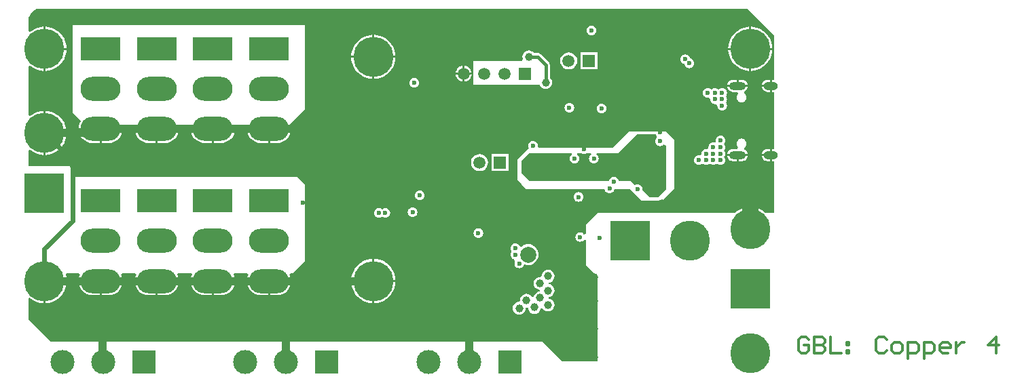
<source format=gbl>
G04*
G04 #@! TF.GenerationSoftware,Altium Limited,CircuitStudio,1.5.2 (30)*
G04*
G04 Layer_Physical_Order=4*
G04 Layer_Color=12500520*
%FSLAX25Y25*%
%MOIN*%
G70*
G01*
G75*
%ADD38C,0.03937*%
%ADD39C,0.01575*%
%ADD40C,0.07874*%
%ADD41C,0.02362*%
%ADD43C,0.01181*%
%ADD53C,0.11811*%
%ADD54R,0.11811X0.11811*%
%ADD55R,0.05906X0.05906*%
%ADD56C,0.05906*%
%ADD57C,0.19685*%
%ADD58R,0.19685X0.19685*%
%ADD59R,0.19685X0.19685*%
%ADD60O,0.19685X0.11811*%
%ADD61R,0.19685X0.11811*%
%ADD62O,0.07087X0.03937*%
%ADD63O,0.08268X0.03937*%
%ADD64C,0.07874*%
%ADD65C,0.03937*%
%ADD66C,0.02362*%
G36*
X370079Y171966D02*
Y150250D01*
X369931Y150120D01*
X368856D01*
Y147126D01*
Y144132D01*
X369931D01*
X370079Y144002D01*
Y116234D01*
X369931Y116104D01*
X368856D01*
Y113110D01*
Y110116D01*
X369931D01*
X370079Y109987D01*
Y95194D01*
X370079D01*
X370079Y84646D01*
X365743D01*
X364661Y85571D01*
X363205Y86462D01*
X361629Y87115D01*
X359969Y87514D01*
X358768Y87608D01*
Y76772D01*
X357768D01*
Y87608D01*
X356566Y87514D01*
X354907Y87115D01*
X353330Y86462D01*
X351875Y85571D01*
X350792Y84646D01*
X338583D01*
X283465D01*
X277559Y78740D01*
Y74362D01*
X277249Y74212D01*
X276772Y74150D01*
X276488Y74519D01*
X275994Y74898D01*
X275420Y75136D01*
X274803Y75217D01*
X274186Y75136D01*
X273612Y74898D01*
X273118Y74519D01*
X272740Y74026D01*
X272502Y73451D01*
X272421Y72835D01*
X272502Y72218D01*
X272740Y71643D01*
X273118Y71150D01*
X273612Y70771D01*
X274186Y70533D01*
X274803Y70452D01*
X275420Y70533D01*
X275994Y70771D01*
X276488Y71150D01*
X276772Y71520D01*
X277249Y71458D01*
X277559Y71307D01*
Y59055D01*
X283465Y53150D01*
X283465Y11811D01*
X265748Y11811D01*
X256299Y21260D01*
X14879Y21260D01*
X3937Y32202D01*
Y42612D01*
X4724Y42975D01*
X5418Y42382D01*
X6873Y41491D01*
X8450Y40837D01*
X10110Y40439D01*
X11311Y40344D01*
Y51181D01*
X11811D01*
Y51681D01*
X22648D01*
X22553Y52882D01*
X22206Y54331D01*
X22635Y55118D01*
X28815D01*
X29287Y54331D01*
X29022Y53837D01*
X28627Y52535D01*
X28543Y51681D01*
X39370D01*
X50197D01*
X50113Y52535D01*
X49718Y53837D01*
X49454Y54331D01*
X49926Y55118D01*
X56374D01*
X56845Y54331D01*
X56581Y53837D01*
X56186Y52535D01*
X56102Y51681D01*
X66929D01*
X77756D01*
X77672Y52535D01*
X77277Y53837D01*
X77013Y54331D01*
X77485Y55118D01*
X83933D01*
X84405Y54331D01*
X84140Y53837D01*
X83746Y52535D01*
X83662Y51681D01*
X94488D01*
X105315D01*
X105231Y52535D01*
X104836Y53837D01*
X104572Y54331D01*
X105044Y55118D01*
X111492D01*
X111964Y54331D01*
X111699Y53837D01*
X111305Y52535D01*
X111221Y51681D01*
X122047D01*
X132874D01*
X132790Y52535D01*
X132395Y53837D01*
X132131Y54331D01*
X132603Y55118D01*
X133858D01*
X139764Y61024D01*
X139764Y98425D01*
X135827Y102362D01*
X25591D01*
X24333Y107556D01*
X3937D01*
Y115446D01*
X4724Y115809D01*
X5418Y115217D01*
X6873Y114325D01*
X8450Y113672D01*
X10110Y113274D01*
X11311Y113179D01*
Y124016D01*
Y134852D01*
X10110Y134758D01*
X8450Y134360D01*
X6873Y133706D01*
X5418Y132815D01*
X4724Y132222D01*
X3937Y132585D01*
Y156785D01*
X4724Y157148D01*
X5418Y156555D01*
X6873Y155664D01*
X8450Y155011D01*
X10110Y154612D01*
X11311Y154518D01*
Y165354D01*
Y176191D01*
X10110Y176096D01*
X8450Y175698D01*
X6873Y175045D01*
X5418Y174153D01*
X4724Y173561D01*
X3937Y173924D01*
Y180992D01*
X4511Y181851D01*
X5732Y183244D01*
X7125Y184466D01*
X7984Y185039D01*
X357005D01*
X370079Y171966D01*
D02*
G37*
%LPC*%
G36*
X351518Y112610D02*
X346924D01*
X346960Y112335D01*
X347259Y111613D01*
X347735Y110993D01*
X348355Y110517D01*
X349077Y110218D01*
X349852Y110116D01*
X351518D01*
Y112610D01*
D02*
G37*
G36*
X367856Y112610D02*
X363853D01*
X363889Y112335D01*
X364189Y111613D01*
X364664Y110993D01*
X365284Y110517D01*
X366007Y110218D01*
X366781Y110116D01*
X367856D01*
Y112610D01*
D02*
G37*
G36*
X357111Y112610D02*
X352518D01*
Y110116D01*
X354183D01*
X354958Y110218D01*
X355680Y110517D01*
X356300Y110993D01*
X356776Y111613D01*
X357075Y112335D01*
X357111Y112610D01*
D02*
G37*
G36*
X239567Y113583D02*
X231299D01*
Y105315D01*
X239567D01*
Y113583D01*
D02*
G37*
G36*
X274016Y94902D02*
X273399Y94821D01*
X272825Y94583D01*
X272331Y94204D01*
X271952Y93711D01*
X271714Y93136D01*
X271633Y92520D01*
X271714Y91903D01*
X271952Y91328D01*
X272331Y90835D01*
X272825Y90456D01*
X273399Y90218D01*
X274016Y90137D01*
X274632Y90218D01*
X275207Y90456D01*
X275700Y90835D01*
X276079Y91328D01*
X276317Y91903D01*
X276398Y92520D01*
X276317Y93136D01*
X276079Y93711D01*
X275700Y94204D01*
X275508Y94352D01*
X275267Y94537D01*
D01*
X275207Y94583D01*
X274632Y94821D01*
X274016Y94902D01*
D02*
G37*
G36*
X179134Y87028D02*
X178517Y86947D01*
X177943Y86709D01*
X177559Y86415D01*
X177175Y86709D01*
X176601Y86947D01*
X175984Y87028D01*
X175368Y86947D01*
X174793Y86709D01*
X174300Y86330D01*
X173921Y85837D01*
X173683Y85262D01*
X173602Y84646D01*
X173683Y84029D01*
X173921Y83454D01*
X174300Y82961D01*
X174793Y82582D01*
X175368Y82344D01*
X175984Y82263D01*
X176601Y82344D01*
X177175Y82582D01*
X177559Y82877D01*
X177943Y82582D01*
X178517Y82344D01*
X179134Y82263D01*
X179751Y82344D01*
X180325Y82582D01*
X180819Y82961D01*
X181197Y83454D01*
X181435Y84029D01*
X181517Y84646D01*
X181435Y85262D01*
X181197Y85837D01*
X180819Y86330D01*
X180325Y86709D01*
X179751Y86947D01*
X179134Y87028D01*
D02*
G37*
G36*
X225433Y113618D02*
X224354Y113476D01*
X223348Y113060D01*
X222485Y112397D01*
X221822Y111534D01*
X221406Y110528D01*
X221264Y109449D01*
X221406Y108370D01*
X221822Y107364D01*
X222485Y106500D01*
X223348Y105838D01*
X224354Y105421D01*
X225433Y105279D01*
X226512Y105421D01*
X227518Y105838D01*
X228381Y106500D01*
X229044Y107364D01*
X229461Y108370D01*
X229603Y109449D01*
X229461Y110528D01*
X229044Y111534D01*
X228381Y112397D01*
X227518Y113060D01*
X226512Y113476D01*
X225433Y113618D01*
D02*
G37*
G36*
X196063Y95690D02*
X195446Y95609D01*
X194872Y95370D01*
X194378Y94992D01*
X194000Y94498D01*
X193762Y93924D01*
X193680Y93307D01*
X193762Y92690D01*
X194000Y92116D01*
X194378Y91622D01*
X194872Y91244D01*
X195446Y91006D01*
X196063Y90925D01*
X196680Y91006D01*
X197254Y91244D01*
X197748Y91622D01*
X198126Y92116D01*
X198364Y92690D01*
X198446Y93307D01*
X198364Y93924D01*
X198126Y94498D01*
X197748Y94992D01*
X197254Y95370D01*
X196680Y95609D01*
X196063Y95690D01*
D02*
G37*
G36*
X66429Y125484D02*
X56102D01*
X56186Y124630D01*
X56581Y123329D01*
X57223Y122129D01*
X58086Y121078D01*
X59137Y120215D01*
X60337Y119573D01*
X61638Y119179D01*
X62992Y119045D01*
X66429D01*
Y125484D01*
D02*
G37*
G36*
X50197Y125484D02*
X39870D01*
Y119045D01*
X43307D01*
X44661Y119179D01*
X45963Y119573D01*
X47162Y120215D01*
X48214Y121078D01*
X49077Y122129D01*
X49718Y123329D01*
X50113Y124630D01*
X50197Y125484D01*
D02*
G37*
G36*
X93988Y125484D02*
X83662D01*
X83746Y124630D01*
X84140Y123329D01*
X84782Y122129D01*
X85645Y121078D01*
X86696Y120215D01*
X87896Y119573D01*
X89197Y119179D01*
X90551Y119045D01*
X93988D01*
Y125484D01*
D02*
G37*
G36*
X77756Y125484D02*
X67429D01*
Y119045D01*
X70866D01*
X72220Y119179D01*
X73522Y119573D01*
X74721Y120215D01*
X75773Y121078D01*
X76636Y122129D01*
X77277Y123329D01*
X77672Y124630D01*
X77756Y125484D01*
D02*
G37*
G36*
X38870Y125484D02*
X28543D01*
X28627Y124630D01*
X29022Y123329D01*
X29664Y122129D01*
X30527Y121078D01*
X31578Y120215D01*
X32778Y119573D01*
X34079Y119179D01*
X35433Y119045D01*
X38870D01*
Y125484D01*
D02*
G37*
G36*
X367856Y116104D02*
X366781D01*
X366007Y116002D01*
X365284Y115703D01*
X364664Y115227D01*
X364189Y114607D01*
X363889Y113885D01*
X363853Y113610D01*
X367856D01*
Y116104D01*
D02*
G37*
G36*
X22648Y123516D02*
X12311D01*
Y113179D01*
X13512Y113274D01*
X15172Y113672D01*
X16749Y114325D01*
X18204Y115217D01*
X19502Y116325D01*
X20610Y117623D01*
X21502Y119078D01*
X22155Y120655D01*
X22553Y122314D01*
X22648Y123516D01*
D02*
G37*
G36*
X316929Y124722D02*
X298737D01*
X290551Y116535D01*
X254390Y116535D01*
X253906Y117323D01*
X253957Y117717D01*
X253876Y118333D01*
X253638Y118908D01*
X253259Y119401D01*
X252766Y119780D01*
X252191Y120018D01*
X251575Y120099D01*
X250958Y120018D01*
X250383Y119780D01*
X249890Y119401D01*
X249511Y118908D01*
X249273Y118333D01*
X249192Y117717D01*
X249273Y117100D01*
X249511Y116525D01*
X249584Y116431D01*
X244094Y110942D01*
X244094Y101100D01*
X248031Y96457D01*
X286817D01*
X286872Y96037D01*
X287110Y95462D01*
X287489Y94969D01*
X287982Y94590D01*
X288557Y94352D01*
X289173Y94271D01*
X289790Y94352D01*
X290365Y94590D01*
X290858Y94969D01*
X291237Y95462D01*
X291475Y96037D01*
X291530Y96457D01*
X299213D01*
X305118Y90551D01*
X314961D01*
X320866Y96457D01*
X320866D01*
Y120785D01*
X316929Y124722D01*
D02*
G37*
G36*
X353986Y121222D02*
X353344Y121137D01*
X352745Y120889D01*
X352231Y120495D01*
X351837Y119981D01*
X351589Y119383D01*
X351504Y118740D01*
X351589Y118098D01*
X351837Y117499D01*
X352231Y116985D01*
X352353Y116892D01*
X352086Y116104D01*
X349852D01*
X349077Y116002D01*
X348355Y115703D01*
X347735Y115227D01*
X347259Y114607D01*
X346960Y113885D01*
X346924Y113610D01*
X352018D01*
X357111D01*
X357075Y113885D01*
X356776Y114607D01*
X356300Y115227D01*
X355680Y115703D01*
X355411Y115815D01*
X355325Y116179D01*
X355356Y116690D01*
X355741Y116985D01*
X356136Y117499D01*
X356383Y118098D01*
X356468Y118740D01*
X356383Y119383D01*
X356136Y119981D01*
X355741Y120495D01*
X355227Y120889D01*
X354629Y121137D01*
X353986Y121222D01*
D02*
G37*
G36*
X66429Y50681D02*
X56102D01*
X56186Y49827D01*
X56581Y48526D01*
X57223Y47326D01*
X58086Y46275D01*
X59137Y45412D01*
X60337Y44770D01*
X61638Y44376D01*
X62992Y44242D01*
X66429D01*
Y50681D01*
D02*
G37*
G36*
X50197Y50681D02*
X39870D01*
Y44242D01*
X43307D01*
X44661Y44376D01*
X45963Y44770D01*
X47162Y45412D01*
X48214Y46275D01*
X49077Y47326D01*
X49718Y48526D01*
X50113Y49827D01*
X50197Y50681D01*
D02*
G37*
G36*
X93988Y50681D02*
X83662D01*
X83746Y49827D01*
X84140Y48526D01*
X84782Y47326D01*
X85645Y46275D01*
X86696Y45412D01*
X87896Y44770D01*
X89197Y44376D01*
X90551Y44242D01*
X93988D01*
Y50681D01*
D02*
G37*
G36*
X77756Y50681D02*
X67429D01*
Y44242D01*
X70866D01*
X72220Y44376D01*
X73522Y44770D01*
X74721Y45412D01*
X75773Y46275D01*
X76636Y47326D01*
X77277Y48526D01*
X77672Y49827D01*
X77756Y50681D01*
D02*
G37*
G36*
X172728Y50681D02*
X162392D01*
X162486Y49480D01*
X162885Y47820D01*
X163538Y46244D01*
X164429Y44788D01*
X165538Y43491D01*
X166836Y42382D01*
X168291Y41491D01*
X169868Y40837D01*
X171527Y40439D01*
X172728Y40344D01*
Y50681D01*
D02*
G37*
G36*
X22648D02*
X12311D01*
Y40344D01*
X13512Y40439D01*
X15172Y40837D01*
X16749Y41491D01*
X18204Y42382D01*
X19502Y43491D01*
X20610Y44788D01*
X21502Y46244D01*
X22155Y47820D01*
X22553Y49480D01*
X22648Y50681D01*
D02*
G37*
G36*
X38870D02*
X28543D01*
X28627Y49827D01*
X29022Y48526D01*
X29664Y47326D01*
X30527Y46275D01*
X31578Y45412D01*
X32778Y44770D01*
X34079Y44376D01*
X35433Y44242D01*
X38870D01*
Y50681D01*
D02*
G37*
G36*
X184065D02*
X173728D01*
Y40344D01*
X174930Y40439D01*
X176589Y40837D01*
X178166Y41491D01*
X179621Y42382D01*
X180919Y43491D01*
X182027Y44788D01*
X182919Y46244D01*
X183572Y47820D01*
X183970Y49480D01*
X184065Y50681D01*
D02*
G37*
G36*
X105315Y50681D02*
X94988D01*
Y44242D01*
X98425D01*
X99779Y44376D01*
X101081Y44770D01*
X102280Y45412D01*
X103332Y46275D01*
X104195Y47326D01*
X104836Y48526D01*
X105231Y49827D01*
X105315Y50681D01*
D02*
G37*
G36*
X242913Y69705D02*
X242297Y69624D01*
X241722Y69386D01*
X241229Y69008D01*
X240850Y68514D01*
X240612Y67940D01*
X240531Y67323D01*
X240612Y66706D01*
X240850Y66132D01*
X241144Y65748D01*
X240850Y65364D01*
X240612Y64790D01*
X240531Y64173D01*
X240612Y63557D01*
X240850Y62982D01*
X241229Y62489D01*
X241722Y62110D01*
X242297Y61872D01*
X242453Y61851D01*
X242818Y61034D01*
X242581Y60459D01*
X242499Y59842D01*
X242581Y59226D01*
X242818Y58651D01*
X243197Y58158D01*
X243691Y57779D01*
X244265Y57541D01*
X244882Y57460D01*
X245498Y57541D01*
X246073Y57779D01*
X246567Y58158D01*
X246945Y58651D01*
X246973Y58718D01*
X247183Y59226D01*
X247974Y59201D01*
X248209Y59129D01*
X249213Y59030D01*
X250216Y59129D01*
X251181Y59422D01*
X252070Y59897D01*
X252849Y60537D01*
X253489Y61316D01*
X253964Y62205D01*
X254257Y63170D01*
X254356Y64173D01*
X254257Y65176D01*
X253964Y66141D01*
X253489Y67031D01*
X252849Y67810D01*
X252070Y68449D01*
X251181Y68925D01*
X250216Y69217D01*
X249213Y69316D01*
X248209Y69217D01*
X247245Y68925D01*
X246355Y68449D01*
X245952Y68118D01*
X245932Y68113D01*
X245043Y68355D01*
X244977Y68514D01*
X244598Y69008D01*
X244105Y69386D01*
X243530Y69624D01*
X242913Y69705D01*
D02*
G37*
G36*
X259055Y56720D02*
X258233Y56612D01*
X257467Y56295D01*
X256809Y55790D01*
X256304Y55132D01*
X256053Y54525D01*
X255987Y54365D01*
X255940Y54008D01*
X255912Y53796D01*
X255339Y53277D01*
X255133Y53175D01*
X255118Y53177D01*
X254296Y53069D01*
X253530Y52751D01*
X252872Y52246D01*
X252367Y51588D01*
X252050Y50822D01*
X251941Y50000D01*
X252050Y49178D01*
X252367Y48412D01*
X252872Y47754D01*
X253530Y47249D01*
X254296Y46931D01*
X254886Y46854D01*
Y46060D01*
X254296Y45982D01*
X253530Y45665D01*
X252872Y45160D01*
X252367Y44502D01*
X252050Y43736D01*
X252003Y43382D01*
X251195Y43276D01*
X251176Y43321D01*
X250672Y43979D01*
X250014Y44483D01*
X249247Y44801D01*
X248425Y44909D01*
X247603Y44801D01*
X246837Y44483D01*
X246179Y43979D01*
X245674Y43321D01*
X245357Y42555D01*
X245248Y41732D01*
X245250Y41718D01*
X245148Y41511D01*
X244629Y40939D01*
X244417Y40911D01*
X244060Y40864D01*
X243900Y40798D01*
X243293Y40546D01*
X242636Y40042D01*
X242131Y39384D01*
X241813Y38618D01*
X241705Y37795D01*
X241813Y36973D01*
X242131Y36207D01*
X242636Y35549D01*
X243293Y35044D01*
X244060Y34727D01*
X244882Y34618D01*
X245704Y34727D01*
X246470Y35044D01*
X247128Y35549D01*
X247633Y36207D01*
X247950Y36973D01*
X248059Y37795D01*
X248057Y37810D01*
X248103Y37903D01*
X249066Y38075D01*
X249219Y37936D01*
X249247Y37724D01*
X249294Y37367D01*
X249360Y37207D01*
X249611Y36601D01*
X250116Y35943D01*
X250774Y35438D01*
X251540Y35120D01*
X252362Y35012D01*
X253184Y35120D01*
X253951Y35438D01*
X254608Y35943D01*
X255113Y36601D01*
X255431Y37367D01*
X255477Y37720D01*
X256285Y37826D01*
X256304Y37782D01*
X256809Y37124D01*
X257467Y36619D01*
X258233Y36302D01*
X259055Y36193D01*
X259877Y36302D01*
X260644Y36619D01*
X261301Y37124D01*
X261806Y37782D01*
X262124Y38548D01*
X262232Y39370D01*
X262124Y40192D01*
X261806Y40958D01*
X261301Y41616D01*
X260644Y42121D01*
X259877Y42439D01*
X259287Y42516D01*
Y43310D01*
X259877Y43388D01*
X260644Y43705D01*
X261301Y44210D01*
X261806Y44868D01*
X262124Y45634D01*
X262232Y46457D01*
X262124Y47279D01*
X261806Y48045D01*
X261301Y48703D01*
X260644Y49208D01*
X259877Y49525D01*
X259287Y49603D01*
Y50397D01*
X259877Y50475D01*
X260644Y50792D01*
X261301Y51297D01*
X261806Y51955D01*
X262124Y52721D01*
X262232Y53543D01*
X262124Y54365D01*
X261806Y55132D01*
X261301Y55790D01*
X260644Y56295D01*
X259877Y56612D01*
X259055Y56720D01*
D02*
G37*
G36*
X192520Y87422D02*
X191903Y87341D01*
X191328Y87103D01*
X190835Y86724D01*
X190456Y86231D01*
X190218Y85656D01*
X190137Y85039D01*
X190218Y84423D01*
X190456Y83848D01*
X190835Y83355D01*
X191328Y82976D01*
X191903Y82738D01*
X192520Y82657D01*
X193136Y82738D01*
X193711Y82976D01*
X194204Y83355D01*
X194583Y83848D01*
X194821Y84423D01*
X194902Y85039D01*
X194821Y85656D01*
X194583Y86231D01*
X194204Y86724D01*
X193711Y87103D01*
X193136Y87341D01*
X192520Y87422D01*
D02*
G37*
G36*
X224803Y77186D02*
X224186Y77105D01*
X223612Y76867D01*
X223118Y76488D01*
X222740Y75994D01*
X222502Y75420D01*
X222421Y74803D01*
X222502Y74186D01*
X222740Y73612D01*
X223118Y73118D01*
X223612Y72740D01*
X224186Y72502D01*
X224803Y72421D01*
X225420Y72502D01*
X225994Y72740D01*
X226488Y73118D01*
X226867Y73612D01*
X227105Y74186D01*
X227186Y74803D01*
X227105Y75420D01*
X226867Y75994D01*
X226488Y76488D01*
X225994Y76867D01*
X225420Y77105D01*
X224803Y77186D01*
D02*
G37*
G36*
X132874Y50681D02*
X122547D01*
Y44242D01*
X125984D01*
X127338Y44376D01*
X128640Y44770D01*
X129839Y45412D01*
X130891Y46275D01*
X131754Y47326D01*
X132395Y48526D01*
X132790Y49827D01*
X132874Y50681D01*
D02*
G37*
G36*
X121547D02*
X111221D01*
X111305Y49827D01*
X111699Y48526D01*
X112341Y47326D01*
X113204Y46275D01*
X114255Y45412D01*
X115455Y44770D01*
X116756Y44376D01*
X118110Y44242D01*
X121547D01*
Y50681D01*
D02*
G37*
G36*
X173728Y62018D02*
Y51681D01*
X184065D01*
X183970Y52882D01*
X183572Y54542D01*
X182919Y56119D01*
X182027Y57574D01*
X180919Y58872D01*
X179621Y59980D01*
X178166Y60872D01*
X176589Y61525D01*
X174930Y61923D01*
X173728Y62018D01*
D02*
G37*
G36*
X172728D02*
X171527Y61923D01*
X169868Y61525D01*
X168291Y60872D01*
X166836Y59980D01*
X165538Y58872D01*
X164429Y57574D01*
X163538Y56119D01*
X162885Y54542D01*
X162486Y52882D01*
X162392Y51681D01*
X172728D01*
Y62018D01*
D02*
G37*
G36*
X22648Y164854D02*
X12311D01*
Y154518D01*
X13512Y154612D01*
X15172Y155011D01*
X16749Y155664D01*
X18204Y156555D01*
X19502Y157664D01*
X20610Y158962D01*
X21502Y160417D01*
X22155Y161994D01*
X22553Y163653D01*
X22648Y164854D01*
D02*
G37*
G36*
X218138Y157071D02*
Y153650D01*
X221559D01*
X221489Y154182D01*
X221091Y155143D01*
X220457Y155969D01*
X219631Y156602D01*
X218670Y157001D01*
X218138Y157071D01*
D02*
G37*
G36*
X369104Y164854D02*
X358768D01*
Y154518D01*
X359969Y154612D01*
X361629Y155011D01*
X363205Y155664D01*
X364661Y156555D01*
X365958Y157664D01*
X367067Y158962D01*
X367958Y160417D01*
X368612Y161994D01*
X369010Y163653D01*
X369104Y164854D01*
D02*
G37*
G36*
X357768D02*
X347431D01*
X347526Y163653D01*
X347924Y161994D01*
X348577Y160417D01*
X349469Y158962D01*
X350577Y157664D01*
X351875Y156555D01*
X353330Y155664D01*
X354907Y155011D01*
X356566Y154612D01*
X357768Y154518D01*
Y164854D01*
D02*
G37*
G36*
X172728Y160917D02*
X162392D01*
X162486Y159716D01*
X162885Y158056D01*
X163538Y156480D01*
X164429Y155025D01*
X165538Y153727D01*
X166836Y152618D01*
X168291Y151727D01*
X169868Y151074D01*
X171527Y150675D01*
X172728Y150581D01*
Y160917D01*
D02*
G37*
G36*
X217138Y152650D02*
X213717D01*
X213787Y152118D01*
X214185Y151156D01*
X214819Y150330D01*
X215644Y149697D01*
X216606Y149299D01*
X217138Y149229D01*
Y152650D01*
D02*
G37*
G36*
Y157071D02*
X216606Y157001D01*
X215644Y156602D01*
X214819Y155969D01*
X214185Y155143D01*
X213787Y154182D01*
X213717Y153650D01*
X217138D01*
Y157071D01*
D02*
G37*
G36*
X184065Y160917D02*
X173728D01*
Y150581D01*
X174930Y150675D01*
X176589Y151074D01*
X178166Y151727D01*
X179621Y152618D01*
X180919Y153727D01*
X182027Y155025D01*
X182919Y156480D01*
X183572Y158056D01*
X183970Y159716D01*
X184065Y160917D01*
D02*
G37*
G36*
X269134Y163618D02*
X268055Y163476D01*
X267049Y163060D01*
X266186Y162397D01*
X265523Y161534D01*
X265106Y160528D01*
X264964Y159449D01*
X265106Y158370D01*
X265523Y157364D01*
X266186Y156500D01*
X267049Y155838D01*
X268055Y155421D01*
X269134Y155279D01*
X270213Y155421D01*
X271219Y155838D01*
X272082Y156500D01*
X272745Y157364D01*
X273161Y158370D01*
X273303Y159449D01*
X273161Y160528D01*
X272745Y161534D01*
X272082Y162397D01*
X271219Y163060D01*
X270213Y163476D01*
X269134Y163618D01*
D02*
G37*
G36*
X357768Y176191D02*
X356566Y176096D01*
X354907Y175698D01*
X353330Y175045D01*
X351875Y174153D01*
X350577Y173045D01*
X349469Y171747D01*
X348577Y170292D01*
X347924Y168715D01*
X347526Y167056D01*
X347431Y165854D01*
X357768D01*
Y176191D01*
D02*
G37*
G36*
X12311D02*
Y165854D01*
X22648D01*
X22553Y167056D01*
X22155Y168715D01*
X21502Y170292D01*
X20610Y171747D01*
X19502Y173045D01*
X18204Y174153D01*
X16749Y175045D01*
X15172Y175698D01*
X13512Y176096D01*
X12311Y176191D01*
D02*
G37*
G36*
X280315Y176792D02*
X279698Y176711D01*
X279124Y176473D01*
X278630Y176094D01*
X278252Y175601D01*
X278014Y175026D01*
X277932Y174409D01*
X278014Y173793D01*
X278252Y173218D01*
X278630Y172725D01*
X279124Y172346D01*
X279698Y172108D01*
X280315Y172027D01*
X280932Y172108D01*
X281506Y172346D01*
X282000Y172725D01*
X282378Y173218D01*
X282616Y173793D01*
X282698Y174409D01*
X282616Y175026D01*
X282378Y175601D01*
X282000Y176094D01*
X281506Y176473D01*
X280932Y176711D01*
X280315Y176792D01*
D02*
G37*
G36*
X358768Y176191D02*
Y165854D01*
X369104D01*
X369010Y167056D01*
X368612Y168715D01*
X367958Y170292D01*
X367067Y171747D01*
X365958Y173045D01*
X364661Y174153D01*
X363205Y175045D01*
X361629Y175698D01*
X359969Y176096D01*
X358768Y176191D01*
D02*
G37*
G36*
X326435Y162585D02*
X325818Y162504D01*
X325244Y162266D01*
X324750Y161887D01*
X324372Y161394D01*
X324134Y160819D01*
X324052Y160203D01*
X324134Y159586D01*
X324372Y159011D01*
X324750Y158518D01*
X325244Y158139D01*
X325818Y157901D01*
X326069Y157868D01*
X326102Y157617D01*
X326340Y157043D01*
X326719Y156549D01*
X327212Y156171D01*
X327787Y155933D01*
X328403Y155851D01*
X329020Y155933D01*
X329595Y156171D01*
X330088Y156549D01*
X330467Y157043D01*
X330705Y157617D01*
X330786Y158234D01*
X330705Y158851D01*
X330467Y159425D01*
X330088Y159919D01*
X329595Y160297D01*
X329020Y160535D01*
X328769Y160568D01*
X328736Y160819D01*
X328498Y161394D01*
X328120Y161887D01*
X327626Y162266D01*
X327052Y162504D01*
X326435Y162585D01*
D02*
G37*
G36*
X283268Y163583D02*
X275000D01*
Y155315D01*
X283268D01*
Y163583D01*
D02*
G37*
G36*
X173728Y172254D02*
Y161917D01*
X184065D01*
X183970Y163119D01*
X183572Y164778D01*
X182919Y166355D01*
X182027Y167810D01*
X180919Y169108D01*
X179621Y170216D01*
X178166Y171108D01*
X176589Y171761D01*
X174930Y172160D01*
X173728Y172254D01*
D02*
G37*
G36*
X172728D02*
X171527Y172160D01*
X169868Y171761D01*
X168291Y171108D01*
X166836Y170216D01*
X165538Y169108D01*
X164429Y167810D01*
X163538Y166355D01*
X162885Y164778D01*
X162486Y163119D01*
X162392Y161917D01*
X172728D01*
Y172254D01*
D02*
G37*
G36*
X221559Y152650D02*
X218138D01*
Y149229D01*
X218670Y149299D01*
X219631Y149697D01*
X220457Y150330D01*
X221091Y151156D01*
X221489Y152118D01*
X221559Y152650D01*
D02*
G37*
G36*
X25591Y177165D02*
X25591Y133858D01*
X29645Y129804D01*
X29022Y128640D01*
X28627Y127338D01*
X28543Y126484D01*
X39370D01*
X50197D01*
X50130Y127165D01*
X50592Y127953D01*
X55707D01*
X56169Y127165D01*
X56102Y126484D01*
X66929D01*
X77756D01*
X77689Y127165D01*
X78151Y127953D01*
X83266Y127953D01*
X83729Y127165D01*
X83662Y126484D01*
X94488D01*
X105315D01*
X105248Y127165D01*
X105710Y127953D01*
X110825D01*
X111288Y127165D01*
X111221Y126484D01*
X122047D01*
X132874D01*
X132790Y127338D01*
X132437Y128500D01*
X139764Y135827D01*
Y177165D01*
X25591Y177165D01*
D02*
G37*
G36*
X12311Y134852D02*
Y124516D01*
X22648D01*
X22553Y125717D01*
X22155Y127377D01*
X21502Y128953D01*
X20610Y130409D01*
X19502Y131706D01*
X18204Y132815D01*
X16749Y133706D01*
X15172Y134360D01*
X13512Y134758D01*
X12311Y134852D01*
D02*
G37*
G36*
X269488Y138800D02*
X268871Y138719D01*
X268297Y138481D01*
X267804Y138102D01*
X267425Y137609D01*
X267187Y137034D01*
X267106Y136417D01*
X267187Y135801D01*
X267425Y135226D01*
X267804Y134733D01*
X268297Y134354D01*
X268871Y134116D01*
X269488Y134035D01*
X270105Y134116D01*
X270679Y134354D01*
X271173Y134733D01*
X271552Y135226D01*
X271790Y135801D01*
X271871Y136417D01*
X271790Y137034D01*
X271552Y137609D01*
X271173Y138102D01*
X270679Y138481D01*
X270105Y138719D01*
X269488Y138800D01*
D02*
G37*
G36*
X285236Y138406D02*
X284620Y138325D01*
X284045Y138087D01*
X283552Y137708D01*
X283173Y137215D01*
X282935Y136640D01*
X282854Y136024D01*
X282935Y135407D01*
X283173Y134832D01*
X283552Y134339D01*
X284045Y133960D01*
X284620Y133722D01*
X285236Y133641D01*
X285853Y133722D01*
X286427Y133960D01*
X286921Y134339D01*
X287300Y134832D01*
X287538Y135407D01*
X287619Y136024D01*
X287538Y136640D01*
X287300Y137215D01*
X286921Y137708D01*
X286427Y138087D01*
X285853Y138325D01*
X285236Y138406D01*
D02*
G37*
G36*
X121547Y125484D02*
X111221D01*
X111305Y124630D01*
X111699Y123329D01*
X112341Y122129D01*
X113204Y121078D01*
X114255Y120215D01*
X115455Y119573D01*
X116756Y119179D01*
X118110Y119045D01*
X121547D01*
Y125484D01*
D02*
G37*
G36*
X105315Y125484D02*
X94988D01*
Y119045D01*
X98425D01*
X99779Y119179D01*
X101081Y119573D01*
X102280Y120215D01*
X103332Y121078D01*
X104195Y122129D01*
X104836Y123329D01*
X105231Y124630D01*
X105315Y125484D01*
D02*
G37*
G36*
X343701Y122658D02*
X343084Y122577D01*
X342510Y122339D01*
X342016Y121960D01*
X341637Y121467D01*
X341399Y120892D01*
X341318Y120276D01*
X341376Y119833D01*
X340989Y119404D01*
X340722Y119237D01*
X340158Y119312D01*
X339541Y119230D01*
X338966Y118992D01*
X338473Y118614D01*
X338094Y118120D01*
X337856Y117546D01*
X337775Y116929D01*
X337806Y116695D01*
X337445Y116310D01*
X337158Y116103D01*
X337129Y116094D01*
X336614Y116162D01*
X335998Y116081D01*
X335423Y115843D01*
X334929Y115464D01*
X334551Y114971D01*
X334313Y114396D01*
X334232Y113779D01*
X334262Y113546D01*
X333902Y113160D01*
X333615Y112953D01*
X333585Y112945D01*
X333071Y113013D01*
X332454Y112931D01*
X331880Y112693D01*
X331386Y112315D01*
X331008Y111821D01*
X330769Y111247D01*
X330688Y110630D01*
X330769Y110013D01*
X331008Y109439D01*
X331386Y108945D01*
X331880Y108566D01*
X332454Y108328D01*
X333071Y108247D01*
X333577Y108314D01*
X333687Y108328D01*
X334262Y108566D01*
Y108566D01*
X334262Y108566D01*
D01*
X334842Y108799D01*
X335423Y108566D01*
X335423D01*
Y108566D01*
X335423Y108566D01*
Y108566D01*
X335998Y108328D01*
X336108Y108314D01*
X336614Y108247D01*
X337120Y108314D01*
X337231Y108328D01*
X337806Y108566D01*
Y108566D01*
X337806Y108566D01*
D01*
X338386Y108799D01*
X338966Y108566D01*
X338966D01*
Y108566D01*
X338966Y108566D01*
Y108566D01*
X339541Y108328D01*
X339652Y108314D01*
X340158Y108247D01*
X340663Y108314D01*
X340774Y108328D01*
X341349Y108566D01*
Y108566D01*
X341349Y108566D01*
D01*
X341929Y108799D01*
X342510Y108566D01*
X342510D01*
Y108566D01*
X342510Y108566D01*
Y108566D01*
X343084Y108328D01*
X343195Y108314D01*
X343701Y108247D01*
X344318Y108328D01*
X344892Y108566D01*
X345386Y108945D01*
X345764Y109439D01*
X346002Y110013D01*
X346083Y110630D01*
X346002Y111247D01*
X345764Y111821D01*
X345470Y112205D01*
X345764Y112588D01*
X346002Y113163D01*
X346083Y113779D01*
X346002Y114396D01*
X345764Y114971D01*
X345470Y115354D01*
X345764Y115738D01*
X346002Y116312D01*
X346083Y116929D01*
X346002Y117546D01*
X345764Y118120D01*
X345394Y118602D01*
X345764Y119084D01*
X346002Y119659D01*
X346083Y120276D01*
X346002Y120892D01*
X345764Y121467D01*
X345386Y121960D01*
X344892Y122339D01*
X344318Y122577D01*
X343701Y122658D01*
D02*
G37*
G36*
X132874Y125484D02*
X122547D01*
Y119045D01*
X125984D01*
X127338Y119179D01*
X128640Y119573D01*
X129839Y120215D01*
X130891Y121078D01*
X131754Y122129D01*
X132395Y123329D01*
X132790Y124630D01*
X132874Y125484D01*
D02*
G37*
G36*
X357111Y146626D02*
X352018D01*
X346924D01*
X346960Y146351D01*
X347259Y145629D01*
X347735Y145009D01*
X348355Y144533D01*
X349077Y144234D01*
X349852Y144132D01*
X352086D01*
X352353Y143344D01*
X352231Y143251D01*
X351837Y142737D01*
X351589Y142138D01*
X351504Y141496D01*
X351589Y140854D01*
X351837Y140255D01*
X352231Y139741D01*
X352745Y139347D01*
X353344Y139099D01*
X353986Y139014D01*
X354629Y139099D01*
X355227Y139347D01*
X355741Y139741D01*
X356136Y140255D01*
X356383Y140854D01*
X356468Y141496D01*
X356383Y142138D01*
X356136Y142737D01*
X355741Y143251D01*
X355356Y143546D01*
X355325Y144057D01*
X355411Y144422D01*
X355680Y144533D01*
X356300Y145009D01*
X356776Y145629D01*
X357075Y146351D01*
X357111Y146626D01*
D02*
G37*
G36*
X193307Y151005D02*
X192690Y150924D01*
X192116Y150685D01*
X191622Y150307D01*
X191244Y149813D01*
X191006Y149239D01*
X190925Y148622D01*
X191006Y148005D01*
X191244Y147431D01*
X191622Y146937D01*
X192116Y146559D01*
X192690Y146321D01*
X193307Y146239D01*
X193924Y146321D01*
X194498Y146559D01*
X194992Y146937D01*
X195370Y147431D01*
X195608Y148005D01*
X195690Y148622D01*
X195608Y149239D01*
X195370Y149813D01*
X194992Y150307D01*
X194498Y150685D01*
X193924Y150924D01*
X193307Y151005D01*
D02*
G37*
G36*
X367856Y150120D02*
X366781D01*
X366007Y150018D01*
X365284Y149719D01*
X364664Y149243D01*
X364189Y148623D01*
X363889Y147901D01*
X363853Y147626D01*
X367856D01*
Y150120D01*
D02*
G37*
G36*
X351518D02*
X349852D01*
X349077Y150018D01*
X348355Y149719D01*
X347735Y149243D01*
X347259Y148623D01*
X346960Y147901D01*
X346924Y147626D01*
X351518D01*
Y150120D01*
D02*
G37*
G36*
X354183D02*
X352518D01*
Y147626D01*
X357111D01*
X357075Y147901D01*
X356776Y148623D01*
X356300Y149243D01*
X355680Y149719D01*
X354958Y150018D01*
X354183Y150120D01*
D02*
G37*
G36*
X367856Y146626D02*
X363853D01*
X363889Y146351D01*
X364189Y145629D01*
X364664Y145009D01*
X365284Y144533D01*
X366007Y144234D01*
X366781Y144132D01*
X367856D01*
Y146626D01*
D02*
G37*
G36*
X340945Y146083D02*
X340328Y146002D01*
X339754Y145764D01*
X339260Y145386D01*
X339247Y145393D01*
X338593Y145764D01*
X338593Y145764D01*
Y145764D01*
Y145764D01*
X338593Y145764D01*
X338018Y146002D01*
X337907Y146017D01*
X337402Y146083D01*
X336785Y146002D01*
X336210Y145764D01*
X335717Y145386D01*
X335338Y144892D01*
X335100Y144317D01*
X335019Y143701D01*
X335100Y143084D01*
X335338Y142509D01*
X335717Y142016D01*
X336210Y141637D01*
X336785Y141399D01*
X337402Y141318D01*
X337916Y141386D01*
X337945Y141377D01*
X338233Y141170D01*
X338593Y140785D01*
X338562Y140551D01*
X338644Y139935D01*
X338881Y139360D01*
X339260Y138866D01*
X339754Y138488D01*
X340328Y138250D01*
X340945Y138169D01*
X341459Y138236D01*
X341489Y138227D01*
X341776Y138021D01*
X342136Y137636D01*
X342106Y137402D01*
X342187Y136785D01*
X342425Y136210D01*
X342804Y135717D01*
X343297Y135338D01*
X343871Y135100D01*
X344488Y135019D01*
X345105Y135100D01*
X345679Y135338D01*
X346173Y135717D01*
X346552Y136210D01*
X346790Y136785D01*
X346871Y137402D01*
X346790Y138018D01*
X346552Y138593D01*
X346257Y138976D01*
X346552Y139360D01*
X346790Y139935D01*
X346871Y140551D01*
X346790Y141168D01*
X346552Y141743D01*
X346257Y142126D01*
X346552Y142509D01*
X346790Y143084D01*
X346871Y143701D01*
X346790Y144317D01*
X346552Y144892D01*
X346173Y145386D01*
X345679Y145764D01*
X345105Y146002D01*
X344488Y146083D01*
X343982Y146017D01*
X343871Y146002D01*
X343297Y145764D01*
X343297Y145764D01*
X343297Y145764D01*
Y145764D01*
X342630Y145386D01*
X342136Y145764D01*
X341562Y146002D01*
X340945Y146083D01*
D02*
G37*
G36*
X249606Y164594D02*
X248784Y164486D01*
X248018Y164169D01*
X247360Y163664D01*
X246855Y163006D01*
X246538Y162240D01*
X246429Y161417D01*
X246538Y160595D01*
X246686Y160236D01*
X246206Y159449D01*
X222441D01*
Y147638D01*
X254954D01*
X255123Y147231D01*
X255628Y146573D01*
X256286Y146068D01*
X257052Y145750D01*
X257874Y145642D01*
X258696Y145750D01*
X259462Y146068D01*
X260120Y146573D01*
X260625Y147231D01*
X260943Y147997D01*
X261051Y148819D01*
X260943Y149641D01*
X260625Y150407D01*
X260120Y151065D01*
X259881Y151249D01*
Y157480D01*
X259754Y158121D01*
X259728Y158248D01*
X259293Y158899D01*
X255356Y162837D01*
X254705Y163272D01*
X253937Y163424D01*
X252036D01*
X251853Y163664D01*
X251195Y164169D01*
X250429Y164486D01*
X249606Y164594D01*
D02*
G37*
%LPD*%
G36*
X311839Y123201D02*
X311913Y123021D01*
X312292Y122528D01*
Y121567D01*
X311913Y121073D01*
X311675Y120499D01*
X311594Y119882D01*
X311675Y119265D01*
X311913Y118691D01*
X312292Y118197D01*
X312785Y117818D01*
X313360Y117580D01*
X313976Y117499D01*
X314593Y117580D01*
X315168Y117818D01*
X315661Y118197D01*
X316411Y118112D01*
X316929Y117638D01*
X316929Y96457D01*
X312992Y92520D01*
X309055Y92520D01*
X305167Y95630D01*
X305254Y95840D01*
X305335Y96457D01*
X305254Y97073D01*
X305016Y97648D01*
X304638Y98141D01*
X304144Y98520D01*
X303569Y98758D01*
X302953Y98839D01*
X302336Y98758D01*
X301761Y98520D01*
X301656Y98439D01*
X299213Y100394D01*
X293669Y100394D01*
X293640Y100617D01*
X293402Y101191D01*
X293023Y101685D01*
X292530Y102063D01*
X291955Y102301D01*
X291339Y102383D01*
X290722Y102301D01*
X290147Y102063D01*
X289654Y101685D01*
X289275Y101191D01*
X289037Y100617D01*
X289008Y100394D01*
X250000Y100394D01*
X246063Y104331D01*
X246063Y110236D01*
X250000Y114173D01*
X270520D01*
X270670Y113863D01*
X270732Y113386D01*
X270362Y113102D01*
X269984Y112609D01*
X269746Y112034D01*
X269665Y111417D01*
X269746Y110801D01*
X269984Y110226D01*
X270362Y109733D01*
X270856Y109354D01*
X271431Y109116D01*
X272047Y109035D01*
X272664Y109116D01*
X273238Y109354D01*
X273732Y109733D01*
X274111Y110226D01*
X274349Y110801D01*
X274430Y111417D01*
X274349Y112034D01*
X274111Y112609D01*
X273732Y113102D01*
X273362Y113386D01*
X273424Y113863D01*
X273575Y114173D01*
X275457D01*
X275580Y114078D01*
X276155Y113840D01*
X276772Y113759D01*
X277388Y113840D01*
X277963Y114078D01*
X278087Y114173D01*
X279969D01*
X280119Y113863D01*
X280181Y113386D01*
X279811Y113102D01*
X279433Y112609D01*
X279195Y112034D01*
X279114Y111417D01*
X279195Y110801D01*
X279433Y110226D01*
X279811Y109733D01*
X280305Y109354D01*
X280879Y109116D01*
X281496Y109035D01*
X282113Y109116D01*
X282687Y109354D01*
X283181Y109733D01*
X283559Y110226D01*
X283798Y110801D01*
X283879Y111417D01*
X283798Y112034D01*
X283559Y112609D01*
X283181Y113102D01*
X282811Y113386D01*
X282873Y113863D01*
X283024Y114173D01*
X293307D01*
X302651Y123517D01*
X311522D01*
X311839Y123201D01*
D02*
G37*
D38*
X130394Y25669D02*
X220394D01*
Y11575D02*
Y25669D01*
X41260D02*
X130394D01*
X40394Y24803D02*
X41260Y25669D01*
X40394Y11575D02*
Y24803D01*
X130394Y11575D02*
Y25669D01*
Y31969D01*
X11811Y51181D02*
X39370D01*
X66929D01*
X94488D01*
X122047D01*
X173228D01*
X11811Y124016D02*
X37402D01*
X39370Y125984D01*
X142520D02*
X157874Y141339D01*
X39370Y125984D02*
X66929D01*
X94488D01*
X122047D01*
X142520D01*
D39*
X249606Y161417D02*
X253937D01*
X257874Y157480D01*
Y148819D02*
Y157480D01*
D40*
X358268Y76772D02*
Y96457D01*
D41*
X11811Y124016D02*
X25591Y110236D01*
Y80709D02*
Y110236D01*
X11811Y51181D02*
Y66929D01*
X25591Y80709D01*
D43*
X387137Y22308D02*
X385825Y23619D01*
X383202D01*
X381890Y22308D01*
Y17060D01*
X383202Y15748D01*
X385825D01*
X387137Y17060D01*
Y19684D01*
X384514D01*
X389761Y23619D02*
Y15748D01*
X393697D01*
X395009Y17060D01*
Y18372D01*
X393697Y19684D01*
X389761D01*
X393697D01*
X395009Y20996D01*
Y22308D01*
X393697Y23619D01*
X389761D01*
X397633D02*
Y15748D01*
X402880D01*
X405504Y20996D02*
X406816D01*
Y19684D01*
X405504D01*
Y20996D01*
Y17060D02*
X406816D01*
Y15748D01*
X405504D01*
Y17060D01*
X425183Y22308D02*
X423871Y23619D01*
X421247D01*
X419935Y22308D01*
Y17060D01*
X421247Y15748D01*
X423871D01*
X425183Y17060D01*
X429119Y15748D02*
X431742D01*
X433054Y17060D01*
Y19684D01*
X431742Y20996D01*
X429119D01*
X427807Y19684D01*
Y17060D01*
X429119Y15748D01*
X435678Y13124D02*
Y20996D01*
X439614D01*
X440926Y19684D01*
Y17060D01*
X439614Y15748D01*
X435678D01*
X443550Y13124D02*
Y20996D01*
X447485D01*
X448797Y19684D01*
Y17060D01*
X447485Y15748D01*
X443550D01*
X455357D02*
X452733D01*
X451421Y17060D01*
Y19684D01*
X452733Y20996D01*
X455357D01*
X456669Y19684D01*
Y18372D01*
X451421D01*
X459293Y20996D02*
Y15748D01*
Y18372D01*
X460605Y19684D01*
X461916Y20996D01*
X463228D01*
X478971Y15748D02*
Y23619D01*
X475036Y19684D01*
X480283D01*
D53*
X200472Y11417D02*
D03*
X220472D02*
D03*
X110315D02*
D03*
X130315D02*
D03*
X20551D02*
D03*
X40551D02*
D03*
D54*
X240472D02*
D03*
X150315D02*
D03*
X60551D02*
D03*
D55*
X235433Y109449D02*
D03*
X279134Y159449D02*
D03*
X247638Y153150D02*
D03*
D56*
X225433Y109449D02*
D03*
X269134Y159449D02*
D03*
X237638Y153150D02*
D03*
X227638D02*
D03*
X217638D02*
D03*
D57*
X358268Y15748D02*
D03*
Y76772D02*
D03*
X11811Y124016D02*
D03*
X328740Y70866D02*
D03*
X11811Y165354D02*
D03*
X358268D02*
D03*
X11811Y51181D02*
D03*
X173228D02*
D03*
Y161417D02*
D03*
D58*
X358268Y47244D02*
D03*
X11811Y94488D02*
D03*
D59*
X299213Y70866D02*
D03*
D60*
X122047Y145669D02*
D03*
Y125984D02*
D03*
X94488D02*
D03*
Y145669D02*
D03*
X66929D02*
D03*
Y125984D02*
D03*
X39370D02*
D03*
Y145669D02*
D03*
X94488Y70866D02*
D03*
Y51181D02*
D03*
X66929D02*
D03*
Y70866D02*
D03*
X39370D02*
D03*
Y51181D02*
D03*
X122047D02*
D03*
Y70866D02*
D03*
D61*
Y165354D02*
D03*
X94488D02*
D03*
X66929D02*
D03*
X39370D02*
D03*
X94488Y90551D02*
D03*
X66929D02*
D03*
X39370D02*
D03*
X122047D02*
D03*
D62*
X368356Y147126D02*
D03*
Y113110D02*
D03*
D63*
X352018Y147126D02*
D03*
Y113110D02*
D03*
D64*
X249213Y64173D02*
D03*
D65*
X281496Y53150D02*
D03*
X188976Y23622D02*
D03*
X281496Y41339D02*
D03*
Y27559D02*
D03*
Y13780D02*
D03*
X267717D02*
D03*
X251969Y23622D02*
D03*
X236221D02*
D03*
X220472D02*
D03*
X173228D02*
D03*
X157480D02*
D03*
X110236D02*
D03*
X94488D02*
D03*
X78740D02*
D03*
X62992D02*
D03*
X47244D02*
D03*
X17717D02*
D03*
X7874Y33465D02*
D03*
X368110Y90551D02*
D03*
X346457Y177165D02*
D03*
X338583Y181102D02*
D03*
X322835D02*
D03*
X307087D02*
D03*
X291339D02*
D03*
X275590D02*
D03*
X259842D02*
D03*
X244094D02*
D03*
X228346D02*
D03*
X212598D02*
D03*
X196850D02*
D03*
X181102D02*
D03*
X165354D02*
D03*
X149606D02*
D03*
X133858D02*
D03*
X118110D02*
D03*
X102362D02*
D03*
X86614D02*
D03*
X70866D02*
D03*
X55118D02*
D03*
X39370D02*
D03*
X23622D02*
D03*
X13386Y180709D02*
D03*
X244882Y37795D02*
D03*
X248425Y41732D02*
D03*
X252362Y38189D02*
D03*
X255118Y42913D02*
D03*
X259055Y39370D02*
D03*
X255118Y50000D02*
D03*
X259055Y46457D02*
D03*
Y53543D02*
D03*
X212598Y119291D02*
D03*
X257874Y148819D02*
D03*
X249606Y161417D02*
D03*
X196063Y129921D02*
D03*
Y143307D02*
D03*
X184252Y123622D02*
D03*
X179134Y144882D02*
D03*
X314961Y89370D02*
D03*
X340158Y157480D02*
D03*
X338189Y171653D02*
D03*
D66*
X280315Y174409D02*
D03*
X138583Y89764D02*
D03*
Y102362D02*
D03*
X287795Y143701D02*
D03*
X274803Y72835D02*
D03*
X224803Y74803D02*
D03*
X255118D02*
D03*
X266535Y91339D02*
D03*
X190945Y162205D02*
D03*
X206890D02*
D03*
X192520Y85039D02*
D03*
X205906Y88189D02*
D03*
X284252Y72441D02*
D03*
X335039Y153543D02*
D03*
X271654Y19291D02*
D03*
X268504D02*
D03*
X265354D02*
D03*
X271654Y22835D02*
D03*
X268504D02*
D03*
X265354D02*
D03*
X225197Y116142D02*
D03*
X218110Y123228D02*
D03*
X218701Y140748D02*
D03*
X251969Y140551D02*
D03*
Y130315D02*
D03*
X239764Y141339D02*
D03*
X229921D02*
D03*
X218110Y132283D02*
D03*
X233858Y116142D02*
D03*
X240945D02*
D03*
X241732Y112205D02*
D03*
X331918Y127249D02*
D03*
X334145Y125022D02*
D03*
X313976Y124213D02*
D03*
X316446Y162655D02*
D03*
X318414Y164624D02*
D03*
X236417Y162008D02*
D03*
X220276Y162008D02*
D03*
X344488Y137402D02*
D03*
Y140551D02*
D03*
Y143701D02*
D03*
X340945Y143701D02*
D03*
Y140551D02*
D03*
X337402Y143701D02*
D03*
X359449Y94095D02*
D03*
X308268Y86221D02*
D03*
X299213D02*
D03*
X336614Y113779D02*
D03*
Y110630D02*
D03*
X340158D02*
D03*
Y113779D02*
D03*
Y116929D02*
D03*
X343701D02*
D03*
Y113779D02*
D03*
Y110630D02*
D03*
Y120276D02*
D03*
X333071Y110630D02*
D03*
X197638Y123721D02*
D03*
X194488D02*
D03*
X236614Y54725D02*
D03*
Y51181D02*
D03*
X239764D02*
D03*
Y54725D02*
D03*
X196063Y93307D02*
D03*
X175984Y84646D02*
D03*
X179134D02*
D03*
X187008Y91339D02*
D03*
Y88189D02*
D03*
X157874Y144882D02*
D03*
Y141339D02*
D03*
X161811Y144882D02*
D03*
Y141339D02*
D03*
X328403Y158234D02*
D03*
X326435Y160203D02*
D03*
X313976Y119882D02*
D03*
X272047Y143898D02*
D03*
Y120866D02*
D03*
X281496D02*
D03*
Y111417D02*
D03*
X272047D02*
D03*
X276772Y116142D02*
D03*
X251575Y117717D02*
D03*
X248425Y107480D02*
D03*
X242913Y108661D02*
D03*
X306496Y121850D02*
D03*
X306693Y126378D02*
D03*
X193307Y148622D02*
D03*
X285236Y136024D02*
D03*
X269488Y136417D02*
D03*
X289173Y96653D02*
D03*
X291339Y100000D02*
D03*
X292913Y88976D02*
D03*
X286614D02*
D03*
X302953Y96457D02*
D03*
X312402D02*
D03*
X274016Y92520D02*
D03*
X244882Y59842D02*
D03*
X242913Y64173D02*
D03*
Y67323D02*
D03*
M02*

</source>
